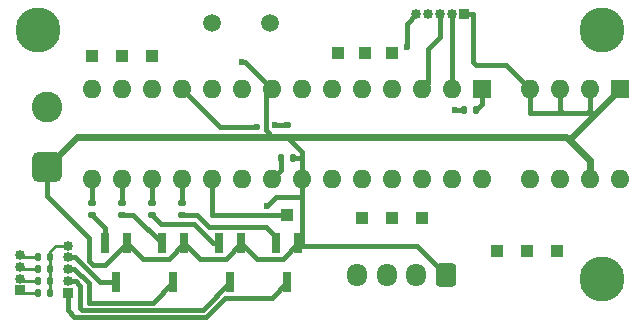
<source format=gbr>
%TF.GenerationSoftware,KiCad,Pcbnew,(6.0.8)*%
%TF.CreationDate,2023-03-24T12:53:59-04:00*%
%TF.ProjectId,Amicro_tst,416d6963-726f-45f7-9473-742e6b696361,rev?*%
%TF.SameCoordinates,Original*%
%TF.FileFunction,Copper,L2,Bot*%
%TF.FilePolarity,Positive*%
%FSLAX46Y46*%
G04 Gerber Fmt 4.6, Leading zero omitted, Abs format (unit mm)*
G04 Created by KiCad (PCBNEW (6.0.8)) date 2023-03-24 12:53:59*
%MOMM*%
%LPD*%
G01*
G04 APERTURE LIST*
G04 Aperture macros list*
%AMRoundRect*
0 Rectangle with rounded corners*
0 $1 Rounding radius*
0 $2 $3 $4 $5 $6 $7 $8 $9 X,Y pos of 4 corners*
0 Add a 4 corners polygon primitive as box body*
4,1,4,$2,$3,$4,$5,$6,$7,$8,$9,$2,$3,0*
0 Add four circle primitives for the rounded corners*
1,1,$1+$1,$2,$3*
1,1,$1+$1,$4,$5*
1,1,$1+$1,$6,$7*
1,1,$1+$1,$8,$9*
0 Add four rect primitives between the rounded corners*
20,1,$1+$1,$2,$3,$4,$5,0*
20,1,$1+$1,$4,$5,$6,$7,0*
20,1,$1+$1,$6,$7,$8,$9,0*
20,1,$1+$1,$8,$9,$2,$3,0*%
G04 Aperture macros list end*
%TA.AperFunction,ComponentPad*%
%ADD10R,1.000000X1.000000*%
%TD*%
%TA.AperFunction,ComponentPad*%
%ADD11C,3.800000*%
%TD*%
%TA.AperFunction,ComponentPad*%
%ADD12R,0.850000X0.850000*%
%TD*%
%TA.AperFunction,ComponentPad*%
%ADD13O,0.850000X0.850000*%
%TD*%
%TA.AperFunction,ComponentPad*%
%ADD14R,1.600000X1.600000*%
%TD*%
%TA.AperFunction,ComponentPad*%
%ADD15O,1.600000X1.600000*%
%TD*%
%TA.AperFunction,ComponentPad*%
%ADD16RoundRect,0.250000X0.600000X0.725000X-0.600000X0.725000X-0.600000X-0.725000X0.600000X-0.725000X0*%
%TD*%
%TA.AperFunction,ComponentPad*%
%ADD17O,1.700000X1.950000*%
%TD*%
%TA.AperFunction,ComponentPad*%
%ADD18C,1.500000*%
%TD*%
%TA.AperFunction,ComponentPad*%
%ADD19RoundRect,0.650000X0.650000X-0.650000X0.650000X0.650000X-0.650000X0.650000X-0.650000X-0.650000X0*%
%TD*%
%TA.AperFunction,ComponentPad*%
%ADD20C,2.600000*%
%TD*%
%TA.AperFunction,SMDPad,CuDef*%
%ADD21R,0.800000X1.800000*%
%TD*%
%TA.AperFunction,SMDPad,CuDef*%
%ADD22RoundRect,0.135000X-0.135000X-0.185000X0.135000X-0.185000X0.135000X0.185000X-0.135000X0.185000X0*%
%TD*%
%TA.AperFunction,SMDPad,CuDef*%
%ADD23RoundRect,0.135000X-0.185000X0.135000X-0.185000X-0.135000X0.185000X-0.135000X0.185000X0.135000X0*%
%TD*%
%TA.AperFunction,SMDPad,CuDef*%
%ADD24RoundRect,0.140000X-0.170000X0.140000X-0.170000X-0.140000X0.170000X-0.140000X0.170000X0.140000X0*%
%TD*%
%TA.AperFunction,SMDPad,CuDef*%
%ADD25RoundRect,0.140000X-0.140000X-0.170000X0.140000X-0.170000X0.140000X0.170000X-0.140000X0.170000X0*%
%TD*%
%TA.AperFunction,ViaPad*%
%ADD26C,0.600000*%
%TD*%
%TA.AperFunction,Conductor*%
%ADD27C,0.400000*%
%TD*%
%TA.AperFunction,Conductor*%
%ADD28C,0.600000*%
%TD*%
%TA.AperFunction,Conductor*%
%ADD29C,0.250000*%
%TD*%
%TA.AperFunction,Conductor*%
%ADD30C,0.300000*%
%TD*%
G04 APERTURE END LIST*
D10*
%TO.P,TP(14),1,1*%
%TO.N,Net-(TP(14)1-Pad1)*%
X113970000Y-106096000D03*
%TD*%
D11*
%TO.P,2.2mm,1*%
%TO.N,N/C*%
X157150000Y-125019000D03*
%TD*%
D10*
%TO.P,TP(6),1,1*%
%TO.N,Net-(TP(6)1-Pad1)*%
X134798000Y-105842000D03*
%TD*%
%TO.P,TP(26),1,1*%
%TO.N,Net-(TP(26)1-Pad1)*%
X141910000Y-119812000D03*
%TD*%
D12*
%TO.P,J5+,1,Pin_1*%
%TO.N,Mt3+*%
X107910000Y-125962500D03*
D13*
%TO.P,J5+,2,Pin_2*%
%TO.N,Mt2+*%
X107910000Y-124962500D03*
%TO.P,J5+,3,Pin_3*%
%TO.N,Mt1+*%
X107910000Y-123962500D03*
%TO.P,J5+,4,Pin_4*%
%TO.N,Mt0+*%
X107910000Y-122962500D03*
%TD*%
D14*
%TO.P,U2,1,A0*%
%TO.N,GND*%
X158664000Y-108900000D03*
D15*
%TO.P,U2,2,A1*%
X156124000Y-108900000D03*
%TO.P,U2,3,A2*%
X153584000Y-108900000D03*
%TO.P,U2,4,GND*%
X151044000Y-108900000D03*
%TO.P,U2,5,SDA*%
%TO.N,SDA*%
X151044000Y-116520000D03*
%TO.P,U2,6,SCL*%
%TO.N,SCL*%
X153584000Y-116520000D03*
%TO.P,U2,7,WP*%
%TO.N,GND*%
X156124000Y-116520000D03*
%TO.P,U2,8,VCC*%
%TO.N,VCC*%
X158664000Y-116520000D03*
%TD*%
D11*
%TO.P,2.2mm,1*%
%TO.N,N/C*%
X157150000Y-103937000D03*
%TD*%
D12*
%TO.P,J3-,1,Pin_1*%
%TO.N,M3*%
X111938000Y-126162000D03*
D13*
%TO.P,J3-,2,Pin_2*%
%TO.N,M2*%
X111938000Y-125162000D03*
%TO.P,J3-,3,Pin_3*%
%TO.N,M1*%
X111938000Y-124162000D03*
%TO.P,J3-,4,Pin_4*%
%TO.N,M0*%
X111938000Y-123162000D03*
%TO.P,J3-,5,Pin_5*%
%TO.N,VCC*%
X111938000Y-122162000D03*
%TD*%
D10*
%TO.P,TP(uc),1*%
%TO.N,N/C*%
X148260000Y-122606000D03*
%TD*%
D16*
%TO.P,J1,1,Pin_1*%
%TO.N,GND*%
X143942000Y-124638000D03*
D17*
%TO.P,J1,2,Pin_2*%
%TO.N,AN*%
X141442000Y-124638000D03*
%TO.P,J1,3,Pin_3*%
%TO.N,PW*%
X138942000Y-124638000D03*
%TO.P,J1,4,Pin_4*%
%TO.N,VCC*%
X136442000Y-124638000D03*
%TD*%
D10*
%TO.P,TP(uc),1*%
%TO.N,N/C*%
X150800000Y-122606000D03*
%TD*%
%TO.P,TP(12),1,1*%
%TO.N,Net-(TP(12)1-Pad1)*%
X119050000Y-106096000D03*
%TD*%
%TO.P,TP(19),1,1*%
%TO.N,Net-(D1-Pad2)*%
X130480000Y-119558000D03*
%TD*%
%TO.P,TP(4),1,1*%
%TO.N,Net-(TP(4)1-Pad1)*%
X139370000Y-105842000D03*
%TD*%
%TO.P,TP(24),1,1*%
%TO.N,Net-(TP(24)1-Pad1)*%
X136830000Y-119812000D03*
%TD*%
%TO.P,TP(25),1,1*%
%TO.N,Net-(TP(25)1-Pad1)*%
X139370000Y-119812000D03*
%TD*%
%TO.P,TP(uc),1*%
%TO.N,N/C*%
X153340000Y-122606000D03*
%TD*%
D18*
%TO.P,Y1,1,1*%
%TO.N,Net-(C5-Pad1)*%
X124130000Y-103302000D03*
%TO.P,Y1,2,2*%
%TO.N,Net-(C4-Pad1)*%
X129010000Y-103302000D03*
%TD*%
D19*
%TO.P,J4,1,Pin_1*%
%TO.N,GND*%
X110160000Y-115494000D03*
D20*
%TO.P,J4,2,Pin_2*%
%TO.N,VCC*%
X110160000Y-110414000D03*
%TD*%
D10*
%TO.P,TP(7),1,1*%
%TO.N,Net-(TP(7)1-Pad1)*%
X137084000Y-105842000D03*
%TD*%
D11*
%TO.P,2.2mm,1*%
%TO.N,N/C*%
X109398000Y-103937000D03*
%TD*%
D12*
%TO.P,J2,1,Pin_1*%
%TO.N,GND*%
X145434000Y-102576000D03*
D13*
%TO.P,J2,2,Pin_2*%
%TO.N,RXD*%
X144434000Y-102576000D03*
%TO.P,J2,3,Pin_3*%
%TO.N,TXD*%
X143434000Y-102576000D03*
%TO.P,J2,4,Pin_4*%
%TO.N,VCC*%
X142434000Y-102576000D03*
%TO.P,J2,5,Pin_5*%
%TO.N,RESET*%
X141434000Y-102576000D03*
%TD*%
D14*
%TO.P,U1,1,~{RESET}/PC6*%
%TO.N,RESET*%
X146990000Y-108890000D03*
D15*
%TO.P,U1,2,PD0*%
%TO.N,RXD*%
X144450000Y-108890000D03*
%TO.P,U1,3,PD1*%
%TO.N,TXD*%
X141910000Y-108890000D03*
%TO.P,U1,4,PD2*%
%TO.N,Net-(TP(4)1-Pad1)*%
X139370000Y-108890000D03*
%TO.P,U1,5,PD3*%
%TO.N,Net-(TP(7)1-Pad1)*%
X136830000Y-108890000D03*
%TO.P,U1,6,PD4*%
%TO.N,Net-(TP(6)1-Pad1)*%
X134290000Y-108890000D03*
%TO.P,U1,7,VCC*%
%TO.N,VCC*%
X131750000Y-108890000D03*
%TO.P,U1,8,GND*%
%TO.N,GND*%
X129210000Y-108890000D03*
%TO.P,U1,9,XTAL1/PB6*%
%TO.N,Net-(C4-Pad1)*%
X126670000Y-108890000D03*
%TO.P,U1,10,XTAL2/PB7*%
%TO.N,Net-(C5-Pad1)*%
X124130000Y-108890000D03*
%TO.P,U1,11,PD5*%
%TO.N,PW*%
X121590000Y-108890000D03*
%TO.P,U1,12,PD6*%
%TO.N,Net-(TP(12)1-Pad1)*%
X119050000Y-108890000D03*
%TO.P,U1,13,PD7*%
%TO.N,Net-(TP(13)1-Pad1)*%
X116510000Y-108890000D03*
%TO.P,U1,14,PB0*%
%TO.N,Net-(TP(14)1-Pad1)*%
X113970000Y-108890000D03*
%TO.P,U1,15,PB1*%
%TO.N,PWM0*%
X113970000Y-116510000D03*
%TO.P,U1,16,PB2*%
%TO.N,PWM1*%
X116510000Y-116510000D03*
%TO.P,U1,17,PB3*%
%TO.N,PWM2*%
X119050000Y-116510000D03*
%TO.P,U1,18,PB4*%
%TO.N,PWM3*%
X121590000Y-116510000D03*
%TO.P,U1,19,PB5*%
%TO.N,Net-(D1-Pad2)*%
X124130000Y-116510000D03*
%TO.P,U1,20,AVCC*%
%TO.N,VCC*%
X126670000Y-116510000D03*
%TO.P,U1,21,AREF*%
%TO.N,Net-(C1-Pad1)*%
X129210000Y-116510000D03*
%TO.P,U1,22,GND*%
%TO.N,GND*%
X131750000Y-116510000D03*
%TO.P,U1,23,PC0*%
%TO.N,AN*%
X134290000Y-116510000D03*
%TO.P,U1,24,PC1*%
%TO.N,Net-(TP(24)1-Pad1)*%
X136830000Y-116510000D03*
%TO.P,U1,25,PC2*%
%TO.N,Net-(TP(25)1-Pad1)*%
X139370000Y-116510000D03*
%TO.P,U1,26,PC3*%
%TO.N,Net-(TP(26)1-Pad1)*%
X141910000Y-116510000D03*
%TO.P,U1,27,PC4*%
%TO.N,SDA*%
X144450000Y-116510000D03*
%TO.P,U1,28,PC5*%
%TO.N,SCL*%
X146990000Y-116510000D03*
%TD*%
D10*
%TO.P,TP(13),1,1*%
%TO.N,Net-(TP(13)1-Pad1)*%
X116510000Y-106096000D03*
%TD*%
D21*
%TO.P,Q4,1,B*%
%TO.N,Net-(Q4-Pad1)*%
X129530000Y-121972000D03*
%TO.P,Q4,2,E*%
%TO.N,GND*%
X131430000Y-121972000D03*
%TO.P,Q4,3,C*%
%TO.N,M3*%
X130480000Y-125272000D03*
%TD*%
D22*
%TO.P,R10,1*%
%TO.N,Mt2+*%
X109432000Y-125148000D03*
%TO.P,R10,2*%
%TO.N,VCC*%
X110452000Y-125148000D03*
%TD*%
%TO.P,R2,1*%
%TO.N,VCC*%
X145464000Y-110668000D03*
%TO.P,R2,2*%
%TO.N,RESET*%
X146484000Y-110668000D03*
%TD*%
D23*
%TO.P,R5,1*%
%TO.N,PWM0*%
X113970000Y-118538000D03*
%TO.P,R5,2*%
%TO.N,Net-(Q1-Pad1)*%
X113970000Y-119558000D03*
%TD*%
D22*
%TO.P,R11,1*%
%TO.N,Mt3+*%
X109432000Y-126166000D03*
%TO.P,R11,2*%
%TO.N,VCC*%
X110452000Y-126166000D03*
%TD*%
%TO.P,R8,1*%
%TO.N,Mt0+*%
X109432000Y-123114000D03*
%TO.P,R8,2*%
%TO.N,VCC*%
X110452000Y-123114000D03*
%TD*%
D23*
%TO.P,R7,1*%
%TO.N,PWM2*%
X119050000Y-118538000D03*
%TO.P,R7,2*%
%TO.N,Net-(Q3-Pad1)*%
X119050000Y-119558000D03*
%TD*%
D21*
%TO.P,Q3,3,C*%
%TO.N,M2*%
X125654000Y-125272000D03*
%TO.P,Q3,2,E*%
%TO.N,GND*%
X126604000Y-121972000D03*
%TO.P,Q3,1,B*%
%TO.N,Net-(Q3-Pad1)*%
X124704000Y-121972000D03*
%TD*%
D24*
%TO.P,C3,1*%
%TO.N,VCC*%
X130480000Y-111966000D03*
%TO.P,C3,2*%
%TO.N,GND*%
X130480000Y-112926000D03*
%TD*%
D23*
%TO.P,R12,1*%
%TO.N,PWM3*%
X121590000Y-118540000D03*
%TO.P,R12,2*%
%TO.N,Net-(Q4-Pad1)*%
X121590000Y-119560000D03*
%TD*%
D22*
%TO.P,R9,1*%
%TO.N,Mt1+*%
X109432000Y-124130000D03*
%TO.P,R9,2*%
%TO.N,VCC*%
X110452000Y-124130000D03*
%TD*%
D25*
%TO.P,C1,2*%
%TO.N,GND*%
X130960000Y-114732000D03*
%TO.P,C1,1*%
%TO.N,Net-(C1-Pad1)*%
X130000000Y-114732000D03*
%TD*%
D21*
%TO.P,Q1,1,B*%
%TO.N,Net-(Q1-Pad1)*%
X115052000Y-121972000D03*
%TO.P,Q1,2,E*%
%TO.N,GND*%
X116952000Y-121972000D03*
%TO.P,Q1,3,C*%
%TO.N,M0*%
X116002000Y-125272000D03*
%TD*%
%TO.P,Q2,1,B*%
%TO.N,Net-(Q2-Pad1)*%
X119878000Y-121972000D03*
%TO.P,Q2,2,E*%
%TO.N,GND*%
X121778000Y-121972000D03*
%TO.P,Q2,3,C*%
%TO.N,M1*%
X120828000Y-125272000D03*
%TD*%
D23*
%TO.P,R6,1*%
%TO.N,PWM1*%
X116510000Y-118538000D03*
%TO.P,R6,2*%
%TO.N,Net-(Q2-Pad1)*%
X116510000Y-119558000D03*
%TD*%
D26*
%TO.N,GND*%
X128814500Y-118796000D03*
X126670000Y-106604000D03*
%TO.N,VCC*%
X144704000Y-110668000D03*
X129464000Y-111938000D03*
%TO.N,RESET*%
X140640000Y-105334000D03*
%TO.N,PW*%
X127925039Y-112126500D03*
%TD*%
D27*
%TO.N,GND*%
X128814500Y-118796000D02*
X129576500Y-118034000D01*
X131750000Y-116510000D02*
X131750000Y-118034000D01*
X131750000Y-118034000D02*
X131750000Y-121906000D01*
X129576500Y-118034000D02*
X131750000Y-118034000D01*
X145470000Y-102540000D02*
X145434000Y-102576000D01*
X118252000Y-123272000D02*
X120478000Y-123272000D01*
X131750000Y-116510000D02*
X131750000Y-114732000D01*
X116952000Y-121972000D02*
X115093094Y-123830906D01*
X129210000Y-108890000D02*
X128702000Y-109398000D01*
X131750000Y-114732000D02*
X131750000Y-114196000D01*
X116952000Y-121972000D02*
X118252000Y-123272000D01*
X128702000Y-109398000D02*
X128702000Y-112390000D01*
X130130000Y-123272000D02*
X131430000Y-121972000D01*
X125304000Y-123272000D02*
X126604000Y-121972000D01*
D28*
X112728000Y-112926000D02*
X129238000Y-112926000D01*
D27*
X151044000Y-108900000D02*
X149002000Y-106858000D01*
X151054000Y-110922000D02*
X153848000Y-110922000D01*
X130960000Y-114732000D02*
X131750000Y-114732000D01*
X128702000Y-112390000D02*
X129238000Y-112926000D01*
X154130000Y-112926000D02*
X154638000Y-112926000D01*
X153848000Y-110922000D02*
X155880000Y-110922000D01*
X143942000Y-124638000D02*
X141530000Y-122226000D01*
X141530000Y-122226000D02*
X131430000Y-122226000D01*
X114047434Y-123830906D02*
X113716000Y-123499472D01*
X126924000Y-106604000D02*
X129210000Y-108890000D01*
X126604000Y-121972000D02*
X127904000Y-123272000D01*
X156124000Y-110678000D02*
X155880000Y-110922000D01*
D28*
X156124000Y-116520000D02*
X156124000Y-114920000D01*
D27*
X131750000Y-121652000D02*
X131430000Y-121972000D01*
X146228000Y-102540000D02*
X145470000Y-102540000D01*
X146482000Y-106858000D02*
X146228000Y-106604000D01*
X123078000Y-123272000D02*
X125304000Y-123272000D01*
D28*
X129238000Y-112926000D02*
X130480000Y-112926000D01*
D27*
X120478000Y-123272000D02*
X121778000Y-121972000D01*
X110160000Y-117928528D02*
X110160000Y-115494000D01*
D28*
X154638000Y-112926000D02*
X156642000Y-110922000D01*
D27*
X113716000Y-121484528D02*
X110160000Y-117928528D01*
X146228000Y-106604000D02*
X146228000Y-102540000D01*
X151044000Y-108900000D02*
X151044000Y-110912000D01*
D28*
X130480000Y-112926000D02*
X154130000Y-112926000D01*
D27*
X156124000Y-108900000D02*
X156124000Y-110678000D01*
X115093094Y-123830906D02*
X114047434Y-123830906D01*
X113716000Y-123499472D02*
X113716000Y-121484528D01*
X121778000Y-121972000D02*
X123078000Y-123272000D01*
D28*
X156642000Y-110922000D02*
X158664000Y-108900000D01*
X110160000Y-115494000D02*
X112728000Y-112926000D01*
D27*
X126670000Y-106604000D02*
X126924000Y-106604000D01*
X155880000Y-110922000D02*
X156642000Y-110922000D01*
D28*
X156124000Y-114920000D02*
X154130000Y-112926000D01*
D27*
X153584000Y-110658000D02*
X153848000Y-110922000D01*
X131750000Y-114196000D02*
X130480000Y-112926000D01*
X127904000Y-123272000D02*
X130130000Y-123272000D01*
X151044000Y-110912000D02*
X151054000Y-110922000D01*
X153584000Y-108900000D02*
X153584000Y-110658000D01*
X149002000Y-106858000D02*
X146482000Y-106858000D01*
D29*
%TO.N,VCC*%
X110452000Y-123114000D02*
X110452000Y-126166000D01*
X110450000Y-125400000D02*
X110450000Y-125150000D01*
D27*
X129746000Y-111966000D02*
X130480000Y-111966000D01*
D29*
X110450000Y-125150000D02*
X110452000Y-125148000D01*
D27*
X129718000Y-111938000D02*
X129746000Y-111966000D01*
D29*
X110452000Y-123114000D02*
X110452000Y-122604000D01*
D27*
X145464000Y-110668000D02*
X144704000Y-110668000D01*
D29*
X110452000Y-122604000D02*
X110894000Y-122162000D01*
X110452000Y-125402000D02*
X110450000Y-125400000D01*
X110894000Y-122162000D02*
X111938000Y-122162000D01*
D27*
%TO.N,RESET*%
X146990000Y-110162000D02*
X146484000Y-110668000D01*
X140640000Y-103370000D02*
X141434000Y-102576000D01*
X140640000Y-105334000D02*
X140640000Y-103370000D01*
X146990000Y-108890000D02*
X146990000Y-110162000D01*
%TO.N,RXD*%
X144450000Y-102592000D02*
X144434000Y-102576000D01*
X144450000Y-108890000D02*
X144450000Y-102592000D01*
%TO.N,Net-(C1-Pad1)*%
X130000000Y-114732000D02*
X130000000Y-115720000D01*
X130000000Y-115720000D02*
X129210000Y-116510000D01*
%TO.N,Net-(D1-Pad2)*%
X124130000Y-119558000D02*
X124130000Y-116510000D01*
X130480000Y-119558000D02*
X124130000Y-119558000D01*
%TO.N,PW*%
X127925039Y-112126500D02*
X124826500Y-112126500D01*
X124826500Y-112126500D02*
X121590000Y-108890000D01*
%TO.N,TXD*%
X142418000Y-108382000D02*
X142418000Y-105501470D01*
X142418000Y-105501470D02*
X143434000Y-104485470D01*
X143434000Y-104485470D02*
X143434000Y-102576000D01*
X142164000Y-108636000D02*
X141910000Y-108890000D01*
D30*
X142164000Y-108636000D02*
X142418000Y-108382000D01*
D27*
%TO.N,PWM1*%
X116510000Y-116510000D02*
X116510000Y-118540000D01*
%TO.N,Net-(Q1-Pad1)*%
X115052000Y-120640000D02*
X115052000Y-121972000D01*
X113970000Y-119558000D02*
X115052000Y-120640000D01*
%TO.N,PWM2*%
X119050000Y-116510000D02*
X119050000Y-118540000D01*
%TO.N,Net-(Q2-Pad1)*%
X117464000Y-119558000D02*
X119878000Y-121972000D01*
X116510000Y-119558000D02*
X117464000Y-119558000D01*
%TO.N,PWM0*%
X113970000Y-116510000D02*
X113970000Y-118540000D01*
%TO.N,Net-(Q3-Pad1)*%
X119050000Y-119558000D02*
X119812000Y-120320000D01*
X119812000Y-120320000D02*
X122606000Y-120320000D01*
X124258000Y-121972000D02*
X124704000Y-121972000D01*
X122606000Y-120320000D02*
X124258000Y-121972000D01*
%TO.N,M3*%
X111938000Y-127650000D02*
X111938000Y-126162000D01*
X125244000Y-126572000D02*
X123622000Y-128194000D01*
X129180000Y-126572000D02*
X125244000Y-126572000D01*
X123622000Y-128194000D02*
X112446000Y-128194000D01*
X112482000Y-128194000D02*
X111938000Y-127650000D01*
X130480000Y-125272000D02*
X129180000Y-126572000D01*
%TO.N,M2*%
X112990000Y-127432000D02*
X112990000Y-125564000D01*
X125654000Y-125272000D02*
X123332000Y-127594000D01*
X123332000Y-127594000D02*
X113208000Y-127594000D01*
X113152000Y-127594000D02*
X112990000Y-127432000D01*
X112990000Y-125564000D02*
X112588000Y-125162000D01*
X112588000Y-125162000D02*
X111938000Y-125162000D01*
%TO.N,M1*%
X112482000Y-124130000D02*
X111970000Y-124130000D01*
X113716000Y-125364000D02*
X112482000Y-124130000D01*
X111970000Y-124130000D02*
X111938000Y-124162000D01*
X113786000Y-126994000D02*
X113716000Y-126924000D01*
X113716000Y-126994000D02*
X113716000Y-125364000D01*
X120828000Y-125272000D02*
X119106000Y-126994000D01*
X119106000Y-126994000D02*
X113786000Y-126994000D01*
%TO.N,Net-(Q4-Pad1)*%
X128702000Y-120574000D02*
X129530000Y-121402000D01*
X122888528Y-119558000D02*
X123904528Y-120574000D01*
X121590000Y-119560000D02*
X122888528Y-119560000D01*
X123904528Y-120574000D02*
X128702000Y-120574000D01*
X129530000Y-121402000D02*
X129530000Y-121972000D01*
%TO.N,M0*%
X116002000Y-125272000D02*
X114732000Y-125272000D01*
X114640000Y-125272000D02*
X112530000Y-123162000D01*
X112530000Y-123162000D02*
X111938000Y-123162000D01*
%TO.N,PWM3*%
X121590000Y-116510000D02*
X121590000Y-118542000D01*
D29*
%TO.N,Mt3+*%
X108113500Y-126166000D02*
X107910000Y-125962500D01*
X109432000Y-126166000D02*
X108113500Y-126166000D01*
%TO.N,Mt2+*%
X109432000Y-125148000D02*
X108095500Y-125148000D01*
X108095500Y-125148000D02*
X107910000Y-124962500D01*
%TO.N,Mt1+*%
X108077500Y-124130000D02*
X107910000Y-123962500D01*
X109432000Y-124130000D02*
X108077500Y-124130000D01*
%TO.N,Mt0+*%
X108061500Y-123114000D02*
X107910000Y-122962500D01*
X109432000Y-123114000D02*
X108061500Y-123114000D01*
%TD*%
M02*

</source>
